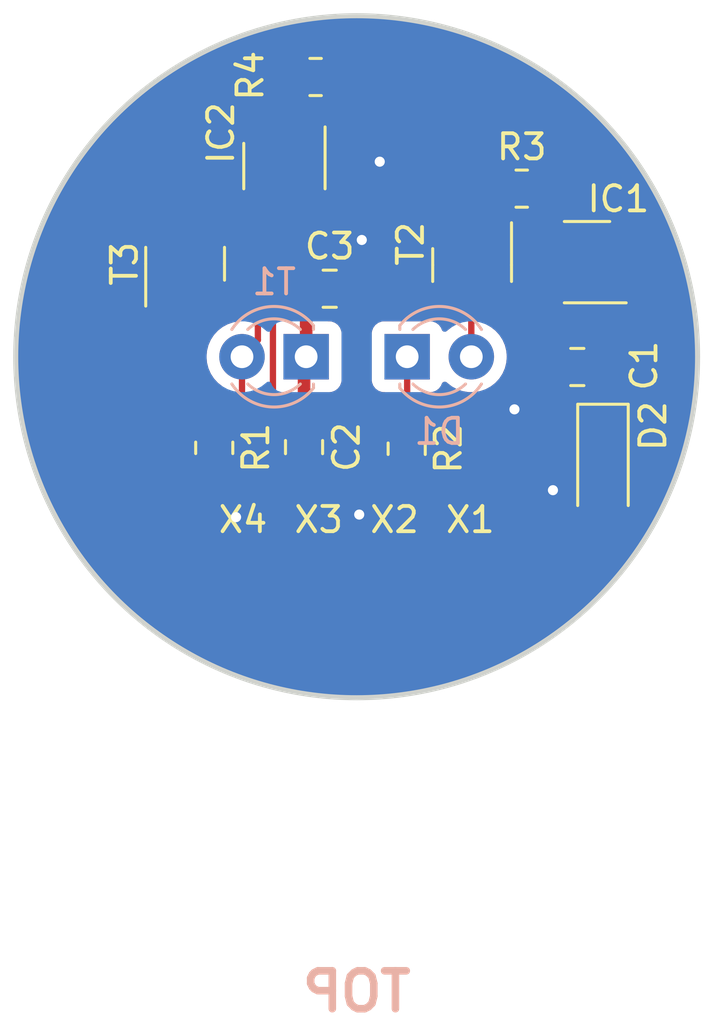
<source format=kicad_pcb>
(kicad_pcb (version 20221018) (generator pcbnew)
  (title_block (comment 4 "AISLER Project ID: ECYUKTHR"))
  (layers (0 "F.Cu" signal) (31 "B.Cu" signal) (34 "B.Paste" user) (35 "F.Paste" user) (36 "B.SilkS" user "B.Silkscreen") (37 "F.SilkS" user "F.Silkscreen") (38 "B.Mask" user) (39 "F.Mask" user) (44 "Edge.Cuts" user))
  (net 0 "")
  (net 1 "VCC")
  (net 2 "GND")
  (net 3 "Net-(D1-K)")
  (net 4 "Net-(D1-A)")
  (net 6 "Net-(IC1-Pad4)")
  (net 8 "RXD")
  (net 9 "Net-(T3-C)")
  (net 10 "TXD")
  (net 11 "Net-(T1-E)")
  (net 12 "Net-(T2-B)")
  (net 13 "+Ub")
  (footprint "Miscellaneous:SolderWirePad_1x01_SMD_2x3.5mm" (layer "F.Cu") (at 154.5 109.5)
    (fp_text reference "X1" (at 0 -3.048) (layer "F.SilkS"))
    (fp_text value "Conn_01x01")
    (pad "1" smd roundrect (at 0 0) (size 2 3.5) (layers "F.Cu" "F.Paste" "F.Mask") (net 13 "+Ub"))
  )
  (footprint "Capacitor_SMD:C_0805_2012Metric_Pad1.18x1.45mm_HandSolder" (layer "F.Cu") (at 147.9172 103.5775 -90)
    (fp_text reference "C2" (at 0 -1.68 90) (layer "F.SilkS"))
    (fp_text value "1µF")
    (fp_line (start -0.261252 -0.735) (end 0.261252 -0.735) (stroke (width 0.12)) (layer "F.SilkS"))
    (fp_line (start -0.261252 0.735) (end 0.261252 0.735) (stroke (width 0.12)) (layer "F.SilkS"))
    (pad "1" smd roundrect (at -1.0375 0 270) (size 1.175 1.45) (layers "F.Cu" "F.Paste" "F.Mask") (roundrect_rratio 0.2127659574) (net 1 "VCC"))
    (pad "2" smd roundrect (at 1.0375 0 270) (size 1.175 1.45) (layers "F.Cu" "F.Paste" "F.Mask") (roundrect_rratio 0.2127659574) (net 2 "GND"))
  )
  (footprint "Resistor_SMD:R_0805_2012Metric_Pad1.20x1.40mm_HandSolder" (layer "F.Cu") (at 156.5372 93.3452)
    (fp_text reference "R3" (at 0 -1.65) (layer "F.SilkS"))
    (fp_text value "13k")
    (fp_line (start -0.227064 -0.735) (end 0.227064 -0.735) (stroke (width 0.12)) (layer "F.SilkS"))
    (fp_line (start -0.227064 0.735) (end 0.227064 0.735) (stroke (width 0.12)) (layer "F.SilkS"))
    (pad "1" smd roundrect (at -1 0) (size 1.2 1.4) (layers "F.Cu" "F.Paste" "F.Mask") (roundrect_rratio 0.2083333333) (net 12 "Net-(T2-B)"))
    (pad "2" smd roundrect (at 1 0) (size 1.2 1.4) (layers "F.Cu" "F.Paste" "F.Mask") (roundrect_rratio 0.2083333333) (net 6 "Net-(IC1-Pad4)"))
  )
  (footprint "Resistor_SMD:R_0805_2012Metric_Pad1.20x1.40mm_HandSolder" (layer "F.Cu") (at 148.3744 88.9256 180)
    (fp_text reference "R4" (at 2.5908 0.0508 90) (layer "F.SilkS"))
    (fp_text value "13k")
    (fp_line (start -0.227064 -0.735) (end 0.227064 -0.735) (stroke (width 0.12)) (layer "F.SilkS"))
    (fp_line (start -0.227064 0.735) (end 0.227064 0.735) (stroke (width 0.12)) (layer "F.SilkS"))
    (pad "1" smd roundrect (at -1 0 180) (size 1.2 1.4) (layers "F.Cu" "F.Paste" "F.Mask") (roundrect_rratio 0.2083333333) (net 1 "VCC"))
    (pad "2" smd roundrect (at 1 0 180) (size 1.2 1.4) (layers "F.Cu" "F.Paste" "F.Mask") (roundrect_rratio 0.2083333333) (net 9 "Net-(T3-C)"))
  )
  (footprint "Miscellaneous:SolderWirePad_1x01_SMD_2x3.5mm" (layer "F.Cu") (at 151.5 109.5)
    (fp_text reference "X2" (at 0 -3.048) (layer "F.SilkS"))
    (fp_text value "Conn_01x01")
    (pad "1" smd roundrect (at 0 0) (size 2 3.5) (layers "F.Cu" "F.Paste" "F.Mask") (net 10 "TXD"))
  )
  (footprint "Package_TO_SOT_SMD:SOT-23-5_HandSoldering" (layer "F.Cu") (at 147.14 92.4524 -90)
    (fp_text reference "IC2" (at -1.3056 2.5184 90) (layer "F.SilkS"))
    (fp_text value "74LVC1G17")
    (fp_line (start -0.9 1.61) (end 0.9 1.61) (stroke (width 0.12)) (layer "F.SilkS"))
    (fp_line (start 0.9 -1.61) (end -1.55 -1.61) (stroke (width 0.12)) (layer "F.SilkS"))
    (pad "1" smd rect (at -1.35 -0.95 270) (size 1.56 0.65) (layers "F.Cu" "F.Paste" "F.Mask"))
    (pad "2" smd rect (at -1.35 0 270) (size 1.56 0.65) (layers "F.Cu" "F.Paste" "F.Mask") (net 9 "Net-(T3-C)"))
    (pad "3" smd rect (at -1.35 0.95 270) (size 1.56 0.65) (layers "F.Cu" "F.Paste" "F.Mask") (net 2 "GND"))
    (pad "4" smd rect (at 1.35 0.95 270) (size 1.56 0.65) (layers "F.Cu" "F.Paste" "F.Mask") (net 8 "RXD"))
    (pad "5" smd rect (at 1.35 -0.95 270) (size 1.56 0.65) (layers "F.Cu" "F.Paste" "F.Mask") (net 1 "VCC"))
  )
  (footprint "Miscellaneous:SolderWirePad_1x01_SMD_2x3.5mm" (layer "F.Cu") (at 145.5 109.5)
    (fp_text reference "X4" (at 0 -3.048) (layer "F.SilkS"))
    (fp_text value "Conn_01x01")
    (pad "1" smd roundrect (at 0 0) (size 2 3.5) (layers "F.Cu" "F.Paste" "F.Mask") (net 2 "GND"))
  )
  (footprint "Miscellaneous:SolderWirePad_1x01_SMD_2x3.5mm" (layer "F.Cu") (at 148.5 109.5)
    (fp_text reference "X3" (at 0 -3.048) (layer "F.SilkS"))
    (fp_text value "Conn_01x01")
    (pad "1" smd roundrect (at 0 0) (size 2 3.5) (layers "F.Cu" "F.Paste" "F.Mask") (net 8 "RXD"))
  )
  (footprint "Package_TO_SOT_SMD:SOT-23" (layer "F.Cu") (at 154.572 96.3701 -90)
    (fp_text reference "T2" (at -0.8405 2.4384 90) (layer "F.SilkS"))
    (fp_text value "BC807")
    (fp_line (start 0 -1.56) (end -1.675 -1.56) (stroke (width 0.12)) (layer "F.SilkS"))
    (fp_line (start 0 -1.56) (end 0.65 -1.56) (stroke (width 0.12)) (layer "F.SilkS"))
    (fp_line (start 0 1.56) (end -0.65 1.56) (stroke (width 0.12)) (layer "F.SilkS"))
    (fp_line (start 0 1.56) (end 0.65 1.56) (stroke (width 0.12)) (layer "F.SilkS"))
    (pad "1" smd roundrect (at -0.9375 -0.95 270) (size 1.475 0.6) (layers "F.Cu" "F.Paste" "F.Mask") (net 12 "Net-(T2-B)"))
    (pad "2" smd roundrect (at -0.9375 0.95 270) (size 1.475 0.6) (layers "F.Cu" "F.Paste" "F.Mask") (net 1 "VCC"))
    (pad "3" smd roundrect (at 0.9375 0 270) (size 1.475 0.6) (layers "F.Cu" "F.Paste" "F.Mask") (net 4 "Net-(D1-A)"))
  )
  (footprint "Capacitor_SMD:C_0805_2012Metric_Pad1.18x1.45mm_HandSolder" (layer "F.Cu") (at 148.9332 97.3076)
    (fp_text reference "C3" (at 0 -1.68) (layer "F.SilkS"))
    (fp_text value "1µF")
    (fp_line (start -0.261252 -0.735) (end 0.261252 -0.735) (stroke (width 0.12)) (layer "F.SilkS"))
    (fp_line (start -0.261252 0.735) (end 0.261252 0.735) (stroke (width 0.12)) (layer "F.SilkS"))
    (pad "1" smd roundrect (at -1.0375 0) (size 1.175 1.45) (layers "F.Cu" "F.Paste" "F.Mask") (roundrect_rratio 0.2127659574) (net 1 "VCC"))
    (pad "2" smd roundrect (at 1.0375 0) (size 1.175 1.45) (layers "F.Cu" "F.Paste" "F.Mask") (roundrect_rratio 0.2127659574) (net 2 "GND"))
  )
  (footprint "Diode_SMD:D_SOD-123" (layer "F.Cu") (at 159.7536 104.2408 -90)
    (fp_text reference "D2" (at -1.4976 -1.9812 90) (layer "F.SilkS"))
    (fp_text value "BAT46")
    (fp_line (start -2.36 -1) (end -2.36 1) (stroke (width 0.12)) (layer "F.SilkS"))
    (fp_line (start -2.36 -1) (end 1.65 -1) (stroke (width 0.12)) (layer "F.SilkS"))
    (fp_line (start -2.36 1) (end 1.65 1) (stroke (width 0.12)) (layer "F.SilkS"))
    (pad "1" smd roundrect (at -1.65 0 270) (size 0.9 1.2) (layers "F.Cu" "F.Paste" "F.Mask") (net 1 "VCC"))
    (pad "2" smd roundrect (at 1.65 0 270) (size 0.9 1.2) (layers "F.Cu" "F.Paste" "F.Mask") (net 13 "+Ub"))
  )
  (footprint "Package_TO_SOT_SMD:SOT-23-5_HandSoldering" (layer "F.Cu") (at 159.1224 96.256 180)
    (fp_text reference "IC1" (at -1.2408 2.5044 180) (layer "F.SilkS"))
    (fp_text value "74LVC1G17")
    (fp_line (start -0.9 1.61) (end 0.9 1.61) (stroke (width 0.12)) (layer "F.SilkS"))
    (fp_line (start 0.9 -1.61) (end -1.55 -1.61) (stroke (width 0.12)) (layer "F.SilkS"))
    (pad "1" smd rect (at -1.35 -0.95 180) (size 1.56 0.65) (layers "F.Cu" "F.Paste" "F.Mask"))
    (pad "2" smd rect (at -1.35 0 180) (size 1.56 0.65) (layers "F.Cu" "F.Paste" "F.Mask") (net 10 "TXD"))
    (pad "3" smd rect (at -1.35 0.95 180) (size 1.56 0.65) (layers "F.Cu" "F.Paste" "F.Mask") (net 2 "GND"))
    (pad "4" smd rect (at 1.35 0.95 180) (size 1.56 0.65) (layers "F.Cu" "F.Paste" "F.Mask") (net 6 "Net-(IC1-Pad4)"))
    (pad "5" smd rect (at 1.35 -0.95 180) (size 1.56 0.65) (layers "F.Cu" "F.Paste" "F.Mask") (net 1 "VCC"))
  )
  (footprint "Package_TO_SOT_SMD:SOT-23" (layer "F.Cu") (at 143.208 96.3193 90)
    (fp_text reference "T3" (at 0 -2.4 90) (layer "F.SilkS"))
    (fp_text value "BC817")
    (fp_line (start 0 -1.56) (end -1.675 -1.56) (stroke (width 0.12)) (layer "F.SilkS"))
    (fp_line (start 0 -1.56) (end 0.65 -1.56) (stroke (width 0.12)) (layer "F.SilkS"))
    (fp_line (start 0 1.56) (end -0.65 1.56) (stroke (width 0.12)) (layer "F.SilkS"))
    (fp_line (start 0 1.56) (end 0.65 1.56) (stroke (width 0.12)) (layer "F.SilkS"))
    (pad "1" smd roundrect (at -0.9375 -0.95 90) (size 1.475 0.6) (layers "F.Cu" "F.Paste" "F.Mask") (net 11 "Net-(T1-E)"))
    (pad "2" smd roundrect (at -0.9375 0.95 90) (size 1.475 0.6) (layers "F.Cu" "F.Paste" "F.Mask") (net 2 "GND"))
    (pad "3" smd roundrect (at 0.9375 0 90) (size 1.475 0.6) (layers "F.Cu" "F.Paste" "F.Mask") (net 9 "Net-(T3-C)"))
  )
  (footprint "Resistor_SMD:R_0805_2012Metric_Pad1.20x1.40mm_HandSolder" (layer "F.Cu") (at 144.3612 103.6068 -90)
    (fp_text reference "R1" (at 0 -1.65 90) (layer "F.SilkS"))
    (fp_text value "13k")
    (fp_line (start -0.227064 -0.735) (end 0.227064 -0.735) (stroke (width 0.12)) (layer "F.SilkS"))
    (fp_line (start -0.227064 0.735) (end 0.227064 0.735) (stroke (width 0.12)) (layer "F.SilkS"))
    (pad "1" smd roundrect (at -1 0 270) (size 1.2 1.4) (layers "F.Cu" "F.Paste" "F.Mask") (roundrect_rratio 0.2083333333) (net 11 "Net-(T1-E)"))
    (pad "2" smd roundrect (at 1 0 270) (size 1.2 1.4) (layers "F.Cu" "F.Paste" "F.Mask") (roundrect_rratio 0.2083333333) (net 2 "GND"))
  )
  (footprint "Resistor_SMD:R_0805_2012Metric_Pad1.20x1.40mm_HandSolder" (layer "F.Cu") (at 151.9812 103.6416 -90)
    (fp_text reference "R2" (at 0 -1.65 90) (layer "F.SilkS"))
    (fp_text value "180")
    (fp_line (start -0.227064 -0.735) (end 0.227064 -0.735) (stroke (width 0.12)) (layer "F.SilkS"))
    (fp_line (start -0.227064 0.735) (end 0.227064 0.735) (stroke (width 0.12)) (layer "F.SilkS"))
    (pad "1" smd roundrect (at -1 0 270) (size 1.2 1.4) (layers "F.Cu" "F.Paste" "F.Mask") (roundrect_rratio 0.2083333333) (net 3 "Net-(D1-K)"))
    (pad "2" smd roundrect (at 1 0 270) (size 1.2 1.4) (layers "F.Cu" "F.Paste" "F.Mask") (roundrect_rratio 0.2083333333) (net 2 "GND"))
  )
  (footprint "Capacitor_SMD:C_0805_2012Metric_Pad1.18x1.45mm_HandSolder" (layer "F.Cu") (at 158.7376 100.4064 180)
    (fp_text reference "C1" (at -2.6416 0.0508 90) (layer "F.SilkS"))
    (fp_text value "1µF")
    (fp_line (start -0.261252 -0.735) (end 0.261252 -0.735) (stroke (width 0.12)) (layer "F.SilkS"))
    (fp_line (start -0.261252 0.735) (end 0.261252 0.735) (stroke (width 0.12)) (layer "F.SilkS"))
    (pad "1" smd roundrect (at -1.0375 0 180) (size 1.175 1.45) (layers "F.Cu" "F.Paste" "F.Mask") (roundrect_rratio 0.2127659574) (net 1 "VCC"))
    (pad "2" smd roundrect (at 1.0375 0 180) (size 1.175 1.45) (layers "F.Cu" "F.Paste" "F.Mask") (roundrect_rratio 0.2127659574) (net 2 "GND"))
  )
  (footprint "LED_THT:LED_D3.0mm_Clear" (layer "B.Cu") (at 152 100)
    (fp_text reference "D1" (at 1.27 2.96) (layer "B.SilkS") (effects (justify mirror)))
    (fp_text value "SFH482")
    (fp_line (start -0.29 -1.08) (end -0.29 -1.236) (stroke (width 0.12)) (layer "B.SilkS"))
    (fp_line (start -0.29 1.236) (end -0.29 1.08) (stroke (width 0.12)) (layer "B.SilkS"))
    (fp_arc (start -0.29 -1.235516) (mid 1.366487 -1.987659) (end 2.942335 -1.078608) (stroke (width 0.12)) (layer "B.SilkS"))
    (fp_arc (start 0.229039 -1.08) (mid 1.270117 -1.5) (end 2.31113 -1.079837) (stroke (width 0.12)) (layer "B.SilkS"))
    (fp_arc (start 2.31113 1.079837) (mid 1.270117 1.5) (end 0.229039 1.08) (stroke (width 0.12)) (layer "B.SilkS"))
    (fp_arc (start 2.942335 1.078608) (mid 1.366487 1.987659) (end -0.29 1.235516) (stroke (width 0.12)) (layer "B.SilkS"))
    (pad "1" thru_hole rect (at 0 0) (size 1.8 1.8) (drill 0.9) (layers "*.Cu" "*.Mask") (net 3 "Net-(D1-K)"))
    (pad "2" thru_hole circle (at 2.54 0) (size 1.8 1.8) (drill 0.9) (layers "*.Cu" "*.Mask") (net 4 "Net-(D1-A)"))
  )
  (footprint "LED_THT:LED_D3.0mm_Clear" (layer "B.Cu") (at 148 100 180)
    (fp_text reference "T1" (at 1.27 2.96) (layer "B.SilkS") (effects (justify mirror)))
    (fp_text value "SFH309")
    (fp_line (start -0.29 -1.08) (end -0.29 -1.236) (stroke (width 0.12)) (layer "B.SilkS"))
    (fp_line (start -0.29 1.236) (end -0.29 1.08) (stroke (width 0.12)) (layer "B.SilkS"))
    (fp_arc (start -0.29 -1.235516) (mid 1.366487 -1.987659) (end 2.942335 -1.078608) (stroke (width 0.12)) (layer "B.SilkS"))
    (fp_arc (start 0.229039 -1.08) (mid 1.270117 -1.5) (end 2.31113 -1.079837) (stroke (width 0.12)) (layer "B.SilkS"))
    (fp_arc (start 2.31113 1.079837) (mid 1.270117 1.5) (end 0.229039 1.08) (stroke (width 0.12)) (layer "B.SilkS"))
    (fp_arc (start 2.942335 1.078608) (mid 1.366487 1.987659) (end -0.29 1.235516) (stroke (width 0.12)) (layer "B.SilkS"))
    (pad "1" thru_hole rect (at 0 0 180) (size 1.8 1.8) (drill 0.9) (layers "*.Cu" "*.Mask") (net 1 "VCC"))
    (pad "2" thru_hole circle (at 2.54 0 180) (size 1.8 1.8) (drill 0.9) (layers "*.Cu" "*.Mask") (net 11 "Net-(T1-E)"))
  )
  (gr_circle (center 150 100) (end 163.5 100) (stroke (width 0.2)) (fill none) (layer "Edge.Cuts"))
  (gr_text "TOP" (at 150 126.0096) (layer "B.SilkS") (effects (font (size 1.5 1.5) (thickness 0.3) bold) (justify bottom mirror)))
  (segment (start 149.3744 92.904) (end 148.476 93.8024) (width 0.5) (layer "F.Cu") (net 1))
  (segment (start 159.7536 102.5908) (end 159.7536 100.4279) (width 0.5) (layer "F.Cu") (net 1))
  (segment (start 159.7751 100.4064) (end 159.7751 99.2087) (width 0.5) (layer "F.Cu") (net 1))
  (segment (start 148.476 93.8024) (end 148.09 93.8024) (width 0.5) (layer "F.Cu") (net 1))
  (segment (start 159.7751 99.2087) (end 157.7724 97.206) (width 0.5) (layer "F.Cu") (net 1))
  (segment (start 159.0024 93.020451) (end 158.107949 92.126) (width 0.5) (layer "F.Cu") (net 1))
  (segment (start 159.0024 95.976) (end 159.0024 93.020451) (width 0.5) (layer "F.Cu") (net 1))
  (segment (start 151.9918 93.8024) (end 148.476 93.8024) (width 0.5) (layer "F.Cu") (net 1))
  (segment (start 148 94.3292) (end 148 100) (width 0.5) (layer "F.Cu") (net 1))
  (segment (start 154.966451 92.126) (end 153.622 93.470451) (width 0.5) (layer "F.Cu") (net 1))
  (segment (start 158.107949 92.126) (end 154.966451 92.126) (width 0.5) (layer "F.Cu") (net 1))
  (segment (start 147.9172 102.54) (end 147.9172 100.0828) (width 0.5) (layer "F.Cu") (net 1))
  (segment (start 157.7724 97.206) (end 159.0024 95.976) (width 0.5) (layer "F.Cu") (net 1))
  (segment (start 149.3744 88.9256) (end 149.3744 92.904) (width 0.5) (layer "F.Cu") (net 1))
  (segment (start 153.622 95.4326) (end 151.9918 93.8024) (width 0.5) (layer "F.Cu") (net 1))
  (segment (start 148.0696 94.2596) (end 148 94.3292) (width 0.5) (layer "F.Cu") (net 1))
  (segment (start 153.622 93.470451) (end 153.622 95.4326) (width 0.5) (layer "F.Cu") (net 1))
  (via (at 150.1016 106.2484) (size 0.8) (drill 0.4) (layers "F.Cu" "B.Cu") (net 2))
  (via (at 145.2248 106.35) (size 0.8) (drill 0.4) (layers "F.Cu" "B.Cu") (net 2))
  (via (at 156.2484 102.0828) (size 0.8) (drill 0.4) (layers "F.Cu" "B.Cu") (net 2))
  (via (at 150.2032 95.3772) (size 0.8) (drill 0.4) (layers "F.Cu" "B.Cu") (net 2))
  (via (at 157.7724 105.2832) (size 0.8) (drill 0.4) (layers "F.Cu" "B.Cu") (net 2))
  (via (at 150.9144 92.2784) (size 0.8) (drill 0.4) (layers "F.Cu" "B.Cu") (net 2))
  (segment (start 152 100) (end 152 102.6228) (width 0.25) (layer "F.Cu") (net 3))
  (segment (start 154.54 100) (end 154.54 97.3396) (width 0.25) (layer "F.Cu") (net 4))
  (segment (start 157.7724 95.306) (end 157.7724 93.5804) (width 0.25) (layer "F.Cu") (net 6))
  (segment (start 146.19 93.8024) (end 146.685 94.2974) (width 0.25) (layer "F.Cu") (net 8))
  (segment (start 146.685 107.685) (end 148.5 109.5) (width 0.25) (layer "F.Cu") (net 8))
  (segment (start 146.685 94.2974) (end 146.685 107.685) (width 0.25) (layer "F.Cu") (net 8))
  (segment (start 143.208 95.0294) (end 146.03 92.2074) (width 0.25) (layer "F.Cu") (net 9))
  (segment (start 146.03 92.2074) (end 146.9722 92.2074) (width 0.25) (layer "F.Cu") (net 9))
  (segment (start 147.14 92.0396) (end 147.14 91.1024) (width 0.25) (layer "F.Cu") (net 9))
  (segment (start 146.9722 92.2074) (end 147.14 92.0396) (width 0.25) (layer "F.Cu") (net 9))
  (segment (start 147.14 91.1024) (end 147.14 89.16) (width 0.25) (layer "F.Cu") (net 9))
  (segment (start 160.4724 96.256) (end 161.7856 96.256) (width 0.25) (layer "F.Cu") (net 10))
  (segment (start 161.8364 102.54) (end 161.8364 96.3068) (width 0.25) (layer "F.Cu") (net 10))
  (segment (start 161.8364 96.3068) (end 161.7856 96.256) (width 0.25) (layer "F.Cu") (net 10))
  (segment (start 161.0106 103.3658) (end 161.8364 102.54) (width 0.25) (layer "F.Cu") (net 10))
  (segment (start 157.6342 103.3658) (end 161.0106 103.3658) (width 0.25) (layer "F.Cu") (net 10))
  (segment (start 151.5 109.5) (end 157.6342 103.3658) (width 0.25) (layer "F.Cu") (net 10))
  (segment (start 146.0884 95.936) (end 146.0884 99.3396) (width 0.25) (layer "F.Cu") (net 11))
  (segment (start 145.46 99.968) (end 146.0884 99.3396) (width 0.25) (layer "F.Cu") (net 11))
  (segment (start 145.46 100) (end 145.46 101.508) (width 0.25) (layer "F.Cu") (net 11))
  (segment (start 144.069549 95.936) (end 146.0884 95.936) (width 0.25) (layer "F.Cu") (net 11))
  (segment (start 145.46 101.508) (end 144.3612 102.6068) (width 0.25) (layer "F.Cu") (net 11))
  (segment (start 142.748749 97.2568) (end 144.069549 95.936) (width 0.25) (layer "F.Cu") (net 11))
  (segment (start 142.258 97.2568) (end 142.748749 97.2568) (width 0.25) (layer "F.Cu") (net 11))
  (segment (start 145.46 100) (end 145.46 99.968) (width 0.25) (layer "F.Cu") (net 11))
  (segment (start 155.522 95.4326) (end 155.522 93.3604) (width 0.25) (layer "F.Cu") (net 12))
  (segment (start 154.5 109.5) (end 156.1444 109.5) (width 0.5) (layer "F.Cu") (net 13))
  (segment (start 156.1444 109.5) (end 159.7536 105.8908) (width 0.5) (layer "F.Cu") (net 13))
  (zone (net 2) (net_name "GND") (layers "F&B.Cu") (connect_pads (clearance 0.5)) (min_thickness 0.25) (fill yes (thermal_gap 0.5) (thermal_bridge_width 0.5))
    (polygon (pts (xy 143.5484 87.6556) (xy 138.6208 91.2116) (xy 135.8776 98.3236) (xy 136.5888 104.9784) (xy 139.84 109.8044) (xy 145.1232 113.3096) (xy 151.7272 114.2748) (xy 157.9248 111.7856) (xy 162.3952 107.3152) (xy 164.4272 100.7112) (xy 163.1064 94.158) (xy 159.2964 89.3828) (xy 153.5052 85.8776) (xy 146.8504 86.03) (xy 143.4976 87.6556) (xy 143.4468 87.7064)))
  )
)
</source>
